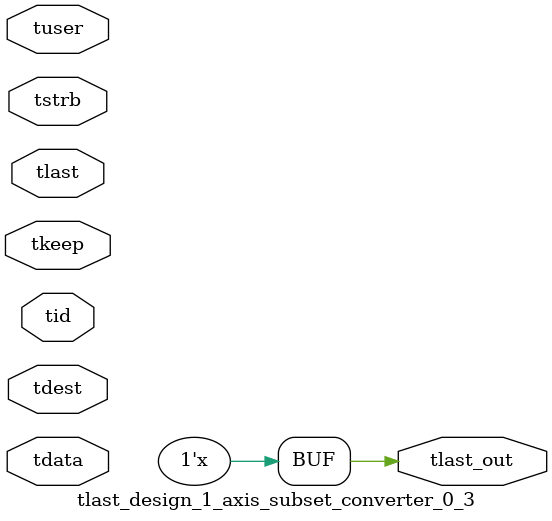
<source format=v>


`timescale 1ps/1ps

module tlast_design_1_axis_subset_converter_0_3 #
(
parameter C_S_AXIS_TID_WIDTH   = 1,
parameter C_S_AXIS_TUSER_WIDTH = 0,
parameter C_S_AXIS_TDATA_WIDTH = 0,
parameter C_S_AXIS_TDEST_WIDTH = 0
)
(
input  [(C_S_AXIS_TID_WIDTH   == 0 ? 1 : C_S_AXIS_TID_WIDTH)-1:0       ] tid,
input  [(C_S_AXIS_TDATA_WIDTH == 0 ? 1 : C_S_AXIS_TDATA_WIDTH)-1:0     ] tdata,
input  [(C_S_AXIS_TUSER_WIDTH == 0 ? 1 : C_S_AXIS_TUSER_WIDTH)-1:0     ] tuser,
input  [(C_S_AXIS_TDEST_WIDTH == 0 ? 1 : C_S_AXIS_TDEST_WIDTH)-1:0     ] tdest,
input  [(C_S_AXIS_TDATA_WIDTH/8)-1:0 ] tkeep,
input  [(C_S_AXIS_TDATA_WIDTH/8)-1:0 ] tstrb,
input  [0:0]                                                             tlast,
output                                                                   tlast_out
);

assign tlast_out = {tdata[31:31]};

endmodule


</source>
